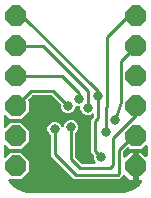
<source format=gbr>
G04 EAGLE Gerber RS-274X export*
G75*
%MOMM*%
%FSLAX34Y34*%
%LPD*%
%INBottom Copper*%
%IPPOS*%
%AMOC8*
5,1,8,0,0,1.08239X$1,22.5*%
G01*
%ADD10P,1.924489X8X22.500000*%
%ADD11P,1.924489X8X202.500000*%
%ADD12C,0.800100*%
%ADD13C,0.254000*%

G36*
X101622Y2543D02*
X101622Y2543D01*
X101700Y2545D01*
X105077Y2810D01*
X105145Y2824D01*
X105214Y2829D01*
X105370Y2869D01*
X111794Y4956D01*
X111901Y5006D01*
X112012Y5050D01*
X112063Y5083D01*
X112082Y5091D01*
X112097Y5104D01*
X112148Y5136D01*
X117612Y9107D01*
X117699Y9188D01*
X117746Y9227D01*
X117752Y9231D01*
X117753Y9233D01*
X117791Y9264D01*
X117829Y9310D01*
X117844Y9324D01*
X117855Y9341D01*
X117893Y9387D01*
X119758Y11954D01*
X119776Y11987D01*
X119799Y12014D01*
X119799Y12016D01*
X119802Y12019D01*
X119853Y12128D01*
X119911Y12233D01*
X119921Y12271D01*
X119938Y12307D01*
X119960Y12424D01*
X119990Y12541D01*
X119990Y12581D01*
X119998Y12620D01*
X119990Y12739D01*
X119990Y12859D01*
X119981Y12897D01*
X119978Y12937D01*
X119941Y13051D01*
X119911Y13167D01*
X119892Y13202D01*
X119880Y13239D01*
X119816Y13341D01*
X119758Y13446D01*
X119731Y13475D01*
X119710Y13508D01*
X119623Y13590D01*
X119541Y13677D01*
X119507Y13699D01*
X119478Y13726D01*
X119374Y13784D01*
X119272Y13848D01*
X119234Y13860D01*
X119200Y13880D01*
X119084Y13909D01*
X118970Y13947D01*
X118930Y13949D01*
X118892Y13959D01*
X118731Y13969D01*
X116839Y13969D01*
X116839Y24130D01*
X116824Y24248D01*
X116817Y24367D01*
X116804Y24405D01*
X116799Y24445D01*
X116756Y24556D01*
X116719Y24669D01*
X116697Y24703D01*
X116682Y24741D01*
X116612Y24837D01*
X116549Y24938D01*
X116519Y24966D01*
X116495Y24998D01*
X116404Y25074D01*
X116317Y25156D01*
X116282Y25175D01*
X116251Y25201D01*
X116143Y25252D01*
X116039Y25309D01*
X115999Y25320D01*
X115963Y25337D01*
X115846Y25359D01*
X115731Y25389D01*
X115670Y25393D01*
X115650Y25397D01*
X115630Y25395D01*
X115570Y25399D01*
X113030Y25399D01*
X112912Y25384D01*
X112793Y25377D01*
X112755Y25364D01*
X112714Y25359D01*
X112604Y25315D01*
X112491Y25279D01*
X112456Y25257D01*
X112419Y25242D01*
X112323Y25172D01*
X112222Y25109D01*
X112194Y25079D01*
X112161Y25055D01*
X112086Y24964D01*
X112004Y24877D01*
X111984Y24842D01*
X111959Y24810D01*
X111908Y24703D01*
X111850Y24598D01*
X111840Y24559D01*
X111823Y24523D01*
X111801Y24406D01*
X111771Y24291D01*
X111767Y24230D01*
X111763Y24210D01*
X111764Y24201D01*
X111763Y24198D01*
X111764Y24184D01*
X111761Y24130D01*
X111761Y13969D01*
X109565Y13969D01*
X105640Y17894D01*
X105546Y17967D01*
X105457Y18046D01*
X105421Y18065D01*
X105389Y18089D01*
X105280Y18137D01*
X105174Y18191D01*
X105134Y18200D01*
X105097Y18216D01*
X104979Y18234D01*
X104863Y18260D01*
X104823Y18259D01*
X104783Y18266D01*
X104664Y18254D01*
X104545Y18251D01*
X104507Y18239D01*
X104466Y18236D01*
X104354Y18195D01*
X104240Y18162D01*
X104205Y18142D01*
X104167Y18128D01*
X104069Y18061D01*
X103966Y18001D01*
X103921Y17961D01*
X103904Y17950D01*
X103890Y17934D01*
X103845Y17894D01*
X100428Y14477D01*
X62132Y14477D01*
X42417Y34192D01*
X42417Y51395D01*
X42405Y51493D01*
X42402Y51592D01*
X42385Y51650D01*
X42377Y51710D01*
X42341Y51802D01*
X42313Y51897D01*
X42283Y51950D01*
X42260Y52006D01*
X42202Y52086D01*
X42152Y52171D01*
X42086Y52247D01*
X42074Y52263D01*
X42064Y52271D01*
X42046Y52292D01*
X40605Y53732D01*
X39687Y55950D01*
X39687Y58350D01*
X40605Y60568D01*
X42302Y62265D01*
X44520Y63183D01*
X46920Y63183D01*
X49138Y62265D01*
X50835Y60568D01*
X51269Y59518D01*
X51338Y59398D01*
X51403Y59275D01*
X51417Y59260D01*
X51427Y59242D01*
X51523Y59142D01*
X51617Y59039D01*
X51634Y59028D01*
X51648Y59014D01*
X51767Y58941D01*
X51883Y58865D01*
X51902Y58858D01*
X51919Y58847D01*
X52052Y58807D01*
X52184Y58761D01*
X52204Y58760D01*
X52223Y58754D01*
X52362Y58747D01*
X52501Y58736D01*
X52521Y58740D01*
X52541Y58739D01*
X52676Y58767D01*
X52814Y58791D01*
X52833Y58799D01*
X52852Y58803D01*
X52977Y58864D01*
X53104Y58921D01*
X53120Y58934D01*
X53138Y58943D01*
X53244Y59033D01*
X53352Y59120D01*
X53365Y59136D01*
X53380Y59149D01*
X53460Y59262D01*
X53544Y59374D01*
X53556Y59399D01*
X53563Y59409D01*
X53570Y59428D01*
X53615Y59518D01*
X54575Y61838D01*
X56272Y63535D01*
X58490Y64453D01*
X60890Y64453D01*
X63108Y63535D01*
X64805Y61838D01*
X65723Y59620D01*
X65723Y57220D01*
X64805Y55002D01*
X63364Y53562D01*
X63304Y53484D01*
X63236Y53412D01*
X63207Y53359D01*
X63170Y53311D01*
X63130Y53220D01*
X63082Y53133D01*
X63067Y53075D01*
X63043Y53019D01*
X63028Y52921D01*
X63003Y52825D01*
X62997Y52725D01*
X62993Y52705D01*
X62995Y52693D01*
X62993Y52665D01*
X62993Y33644D01*
X63005Y33546D01*
X63008Y33447D01*
X63025Y33388D01*
X63033Y33328D01*
X63069Y33236D01*
X63097Y33141D01*
X63127Y33089D01*
X63150Y33033D01*
X63208Y32953D01*
X63258Y32867D01*
X63324Y32792D01*
X63336Y32775D01*
X63346Y32767D01*
X63364Y32746D01*
X68306Y27804D01*
X68385Y27744D01*
X68457Y27676D01*
X68510Y27647D01*
X68558Y27610D01*
X68649Y27570D01*
X68735Y27522D01*
X68794Y27507D01*
X68849Y27483D01*
X68947Y27468D01*
X69043Y27443D01*
X69143Y27437D01*
X69164Y27433D01*
X69176Y27435D01*
X69204Y27433D01*
X79081Y27433D01*
X79218Y27450D01*
X79357Y27463D01*
X79376Y27470D01*
X79396Y27473D01*
X79526Y27524D01*
X79656Y27571D01*
X79673Y27582D01*
X79692Y27590D01*
X79805Y27671D01*
X79920Y27749D01*
X79933Y27765D01*
X79949Y27776D01*
X80038Y27884D01*
X80130Y27988D01*
X80139Y28006D01*
X80152Y28021D01*
X80211Y28147D01*
X80275Y28271D01*
X80279Y28291D01*
X80288Y28309D01*
X80314Y28446D01*
X80344Y28581D01*
X80344Y28602D01*
X80347Y28621D01*
X80339Y28760D01*
X80335Y28899D01*
X80329Y28919D01*
X80328Y28939D01*
X80285Y29071D01*
X80246Y29205D01*
X80236Y29222D01*
X80230Y29241D01*
X80155Y29359D01*
X80085Y29479D01*
X80066Y29500D01*
X80060Y29510D01*
X80045Y29524D01*
X79978Y29600D01*
X79975Y29602D01*
X79057Y31820D01*
X79057Y33857D01*
X79044Y33955D01*
X79041Y34054D01*
X79025Y34112D01*
X79017Y34172D01*
X78980Y34264D01*
X78953Y34359D01*
X78922Y34412D01*
X78900Y34468D01*
X78842Y34548D01*
X78791Y34633D01*
X78725Y34709D01*
X78713Y34725D01*
X78704Y34733D01*
X78685Y34754D01*
X76707Y36732D01*
X76707Y64868D01*
X78876Y67036D01*
X78936Y67115D01*
X79004Y67187D01*
X79033Y67240D01*
X79070Y67288D01*
X79110Y67379D01*
X79158Y67465D01*
X79173Y67524D01*
X79197Y67579D01*
X79212Y67677D01*
X79237Y67773D01*
X79243Y67873D01*
X79247Y67894D01*
X79245Y67906D01*
X79247Y67934D01*
X79247Y68921D01*
X79230Y69058D01*
X79217Y69197D01*
X79210Y69216D01*
X79207Y69236D01*
X79156Y69366D01*
X79109Y69496D01*
X79098Y69513D01*
X79090Y69532D01*
X79009Y69645D01*
X78931Y69760D01*
X78915Y69773D01*
X78904Y69789D01*
X78796Y69878D01*
X78692Y69970D01*
X78674Y69979D01*
X78659Y69992D01*
X78533Y70051D01*
X78409Y70115D01*
X78389Y70119D01*
X78371Y70128D01*
X78234Y70154D01*
X78099Y70184D01*
X78078Y70184D01*
X78059Y70187D01*
X77920Y70179D01*
X77781Y70175D01*
X77761Y70169D01*
X77741Y70168D01*
X77609Y70125D01*
X77475Y70086D01*
X77458Y70076D01*
X77439Y70070D01*
X77321Y69995D01*
X77201Y69925D01*
X77180Y69906D01*
X77170Y69900D01*
X77156Y69885D01*
X77080Y69818D01*
X77078Y69815D01*
X74860Y68897D01*
X72460Y68897D01*
X70242Y69815D01*
X68545Y71512D01*
X67627Y73730D01*
X67627Y75248D01*
X67612Y75366D01*
X67604Y75484D01*
X67592Y75523D01*
X67587Y75563D01*
X67543Y75674D01*
X67506Y75787D01*
X67485Y75821D01*
X67470Y75859D01*
X67400Y75955D01*
X67336Y76056D01*
X67307Y76083D01*
X67283Y76116D01*
X67191Y76192D01*
X67105Y76274D01*
X67069Y76293D01*
X67038Y76319D01*
X66930Y76370D01*
X66826Y76427D01*
X66787Y76437D01*
X66750Y76454D01*
X66634Y76477D01*
X66518Y76507D01*
X66458Y76510D01*
X66438Y76514D01*
X66418Y76513D01*
X66358Y76517D01*
X64812Y76517D01*
X64738Y76531D01*
X64632Y76560D01*
X64582Y76561D01*
X64533Y76570D01*
X64423Y76563D01*
X64314Y76565D01*
X64265Y76553D01*
X64216Y76550D01*
X64111Y76517D01*
X64004Y76491D01*
X63960Y76468D01*
X63913Y76452D01*
X63820Y76394D01*
X63723Y76342D01*
X63686Y76309D01*
X63644Y76282D01*
X63569Y76202D01*
X63488Y76128D01*
X63461Y76087D01*
X63426Y76051D01*
X63373Y75954D01*
X63313Y75863D01*
X63297Y75816D01*
X63273Y75772D01*
X63245Y75666D01*
X63210Y75562D01*
X63206Y75512D01*
X63193Y75464D01*
X63183Y75303D01*
X63183Y75000D01*
X62265Y72782D01*
X60568Y71085D01*
X58350Y70167D01*
X55950Y70167D01*
X53732Y71085D01*
X52035Y72782D01*
X51117Y75000D01*
X51117Y77037D01*
X51104Y77135D01*
X51101Y77234D01*
X51085Y77292D01*
X51077Y77352D01*
X51040Y77444D01*
X51013Y77539D01*
X50982Y77592D01*
X50960Y77648D01*
X50902Y77728D01*
X50851Y77813D01*
X50785Y77889D01*
X50773Y77905D01*
X50764Y77913D01*
X50745Y77934D01*
X43454Y85226D01*
X43375Y85286D01*
X43303Y85354D01*
X43250Y85383D01*
X43202Y85420D01*
X43111Y85460D01*
X43025Y85508D01*
X42966Y85523D01*
X42911Y85547D01*
X42813Y85562D01*
X42717Y85587D01*
X42617Y85593D01*
X42596Y85597D01*
X42584Y85595D01*
X42556Y85597D01*
X27294Y85597D01*
X27196Y85585D01*
X27097Y85582D01*
X27038Y85565D01*
X26978Y85557D01*
X26886Y85521D01*
X26791Y85493D01*
X26739Y85463D01*
X26683Y85440D01*
X26603Y85382D01*
X26517Y85332D01*
X26442Y85266D01*
X26425Y85254D01*
X26417Y85244D01*
X26396Y85226D01*
X23656Y82486D01*
X23583Y82391D01*
X23505Y82302D01*
X23486Y82266D01*
X23461Y82234D01*
X23414Y82125D01*
X23360Y82019D01*
X23351Y81980D01*
X23335Y81943D01*
X23316Y81825D01*
X23290Y81709D01*
X23292Y81668D01*
X23285Y81628D01*
X23296Y81510D01*
X23300Y81391D01*
X23311Y81352D01*
X23315Y81312D01*
X23355Y81200D01*
X23388Y81085D01*
X23409Y81051D01*
X23423Y81013D01*
X23490Y80914D01*
X23550Y80811D01*
X23590Y80766D01*
X23601Y80749D01*
X23617Y80736D01*
X23623Y80729D01*
X23623Y71676D01*
X17224Y65277D01*
X8176Y65277D01*
X4707Y68745D01*
X4598Y68831D01*
X4491Y68919D01*
X4472Y68928D01*
X4456Y68940D01*
X4328Y68996D01*
X4203Y69055D01*
X4183Y69059D01*
X4164Y69067D01*
X4026Y69089D01*
X3890Y69115D01*
X3870Y69113D01*
X3850Y69117D01*
X3711Y69104D01*
X3573Y69095D01*
X3554Y69089D01*
X3534Y69087D01*
X3402Y69040D01*
X3271Y68997D01*
X3253Y68986D01*
X3234Y68979D01*
X3119Y68901D01*
X3002Y68827D01*
X2988Y68812D01*
X2971Y68801D01*
X2879Y68696D01*
X2784Y68595D01*
X2774Y68577D01*
X2761Y68562D01*
X2697Y68438D01*
X2630Y68317D01*
X2625Y68297D01*
X2616Y68279D01*
X2586Y68143D01*
X2551Y68009D01*
X2549Y67981D01*
X2546Y67969D01*
X2547Y67948D01*
X2541Y67848D01*
X2541Y59152D01*
X2558Y59014D01*
X2571Y58876D01*
X2578Y58857D01*
X2581Y58836D01*
X2632Y58707D01*
X2679Y58576D01*
X2690Y58560D01*
X2698Y58541D01*
X2779Y58428D01*
X2857Y58313D01*
X2873Y58300D01*
X2884Y58283D01*
X2992Y58195D01*
X3096Y58103D01*
X3114Y58094D01*
X3129Y58081D01*
X3255Y58021D01*
X3379Y57958D01*
X3399Y57954D01*
X3417Y57945D01*
X3553Y57919D01*
X3689Y57889D01*
X3710Y57889D01*
X3729Y57885D01*
X3868Y57894D01*
X4007Y57898D01*
X4027Y57904D01*
X4047Y57905D01*
X4179Y57948D01*
X4313Y57987D01*
X4330Y57997D01*
X4349Y58003D01*
X4467Y58078D01*
X4587Y58148D01*
X4608Y58167D01*
X4618Y58173D01*
X4632Y58188D01*
X4707Y58255D01*
X8176Y61723D01*
X17224Y61723D01*
X23623Y55324D01*
X23623Y46276D01*
X17224Y39877D01*
X8176Y39877D01*
X4707Y43345D01*
X4598Y43431D01*
X4491Y43519D01*
X4472Y43528D01*
X4456Y43540D01*
X4328Y43596D01*
X4203Y43655D01*
X4183Y43659D01*
X4164Y43667D01*
X4026Y43689D01*
X3890Y43715D01*
X3870Y43713D01*
X3850Y43717D01*
X3711Y43704D01*
X3573Y43695D01*
X3554Y43689D01*
X3534Y43687D01*
X3402Y43640D01*
X3271Y43597D01*
X3253Y43586D01*
X3234Y43579D01*
X3119Y43501D01*
X3002Y43427D01*
X2988Y43412D01*
X2971Y43401D01*
X2879Y43296D01*
X2784Y43195D01*
X2774Y43177D01*
X2761Y43162D01*
X2697Y43038D01*
X2630Y42917D01*
X2625Y42897D01*
X2616Y42879D01*
X2586Y42743D01*
X2551Y42609D01*
X2549Y42581D01*
X2546Y42569D01*
X2547Y42548D01*
X2541Y42448D01*
X2541Y33752D01*
X2558Y33614D01*
X2571Y33476D01*
X2578Y33457D01*
X2581Y33436D01*
X2632Y33307D01*
X2679Y33176D01*
X2690Y33160D01*
X2698Y33141D01*
X2779Y33028D01*
X2857Y32913D01*
X2873Y32900D01*
X2884Y32883D01*
X2992Y32795D01*
X3096Y32703D01*
X3114Y32694D01*
X3129Y32681D01*
X3255Y32621D01*
X3379Y32558D01*
X3399Y32554D01*
X3417Y32545D01*
X3553Y32519D01*
X3689Y32489D01*
X3710Y32489D01*
X3729Y32485D01*
X3868Y32494D01*
X4007Y32498D01*
X4027Y32504D01*
X4047Y32505D01*
X4179Y32548D01*
X4313Y32587D01*
X4330Y32597D01*
X4349Y32603D01*
X4467Y32678D01*
X4587Y32748D01*
X4608Y32767D01*
X4618Y32773D01*
X4632Y32788D01*
X4707Y32855D01*
X8176Y36323D01*
X17224Y36323D01*
X23623Y29924D01*
X23623Y20876D01*
X17224Y14477D01*
X7900Y14477D01*
X7860Y14472D01*
X7821Y14475D01*
X7703Y14452D01*
X7584Y14437D01*
X7547Y14423D01*
X7508Y14415D01*
X7400Y14364D01*
X7289Y14320D01*
X7256Y14297D01*
X7220Y14280D01*
X7128Y14204D01*
X7031Y14134D01*
X7006Y14103D01*
X6975Y14078D01*
X6905Y13981D01*
X6828Y13889D01*
X6811Y13853D01*
X6788Y13820D01*
X6744Y13709D01*
X6693Y13601D01*
X6685Y13562D01*
X6671Y13525D01*
X6656Y13406D01*
X6633Y13289D01*
X6636Y13249D01*
X6631Y13209D01*
X6645Y13090D01*
X6653Y12971D01*
X6665Y12933D01*
X6670Y12894D01*
X6714Y12782D01*
X6751Y12669D01*
X6772Y12635D01*
X6787Y12598D01*
X6873Y12462D01*
X9107Y9387D01*
X9127Y9366D01*
X9138Y9348D01*
X9184Y9305D01*
X9188Y9301D01*
X9264Y9209D01*
X9310Y9171D01*
X9324Y9156D01*
X9342Y9145D01*
X9388Y9107D01*
X14596Y5322D01*
X14852Y5136D01*
X14956Y5079D01*
X15056Y5015D01*
X15113Y4993D01*
X15131Y4983D01*
X15151Y4978D01*
X15206Y4956D01*
X21630Y2869D01*
X21698Y2856D01*
X21764Y2833D01*
X21923Y2810D01*
X25300Y2545D01*
X25322Y2546D01*
X25400Y2541D01*
X101600Y2541D01*
X101622Y2543D01*
G37*
G36*
X115688Y25416D02*
X115688Y25416D01*
X115807Y25423D01*
X115845Y25436D01*
X115885Y25441D01*
X115996Y25485D01*
X116109Y25521D01*
X116144Y25543D01*
X116181Y25558D01*
X116277Y25628D01*
X116378Y25691D01*
X116406Y25721D01*
X116439Y25745D01*
X116514Y25836D01*
X116596Y25923D01*
X116616Y25958D01*
X116641Y25990D01*
X116692Y26097D01*
X116750Y26202D01*
X116760Y26241D01*
X116777Y26277D01*
X116799Y26394D01*
X116829Y26509D01*
X116833Y26570D01*
X116837Y26590D01*
X116835Y26610D01*
X116839Y26670D01*
X116839Y36831D01*
X119035Y36831D01*
X122293Y33573D01*
X122402Y33488D01*
X122509Y33399D01*
X122528Y33390D01*
X122544Y33378D01*
X122672Y33323D01*
X122797Y33264D01*
X122817Y33260D01*
X122836Y33252D01*
X122974Y33230D01*
X123110Y33204D01*
X123130Y33205D01*
X123150Y33202D01*
X123289Y33215D01*
X123427Y33223D01*
X123446Y33230D01*
X123466Y33232D01*
X123598Y33279D01*
X123729Y33322D01*
X123747Y33332D01*
X123766Y33339D01*
X123881Y33417D01*
X123998Y33492D01*
X124012Y33506D01*
X124029Y33518D01*
X124121Y33622D01*
X124216Y33723D01*
X124226Y33741D01*
X124239Y33756D01*
X124303Y33880D01*
X124370Y34002D01*
X124375Y34021D01*
X124384Y34039D01*
X124414Y34175D01*
X124449Y34310D01*
X124451Y34338D01*
X124454Y34350D01*
X124453Y34370D01*
X124459Y34470D01*
X124459Y42448D01*
X124442Y42586D01*
X124429Y42724D01*
X124422Y42743D01*
X124419Y42764D01*
X124368Y42893D01*
X124321Y43024D01*
X124310Y43040D01*
X124302Y43059D01*
X124221Y43172D01*
X124143Y43287D01*
X124127Y43300D01*
X124116Y43317D01*
X124008Y43405D01*
X123904Y43497D01*
X123886Y43506D01*
X123871Y43519D01*
X123745Y43579D01*
X123621Y43642D01*
X123601Y43646D01*
X123583Y43655D01*
X123447Y43681D01*
X123311Y43711D01*
X123290Y43711D01*
X123271Y43715D01*
X123132Y43706D01*
X122993Y43702D01*
X122973Y43696D01*
X122953Y43695D01*
X122821Y43652D01*
X122687Y43613D01*
X122670Y43603D01*
X122651Y43597D01*
X122533Y43522D01*
X122413Y43452D01*
X122392Y43433D01*
X122382Y43427D01*
X122368Y43412D01*
X122293Y43345D01*
X118824Y39877D01*
X109776Y39877D01*
X108539Y41114D01*
X108445Y41187D01*
X108356Y41265D01*
X108320Y41284D01*
X108288Y41309D01*
X108179Y41356D01*
X108073Y41410D01*
X108033Y41419D01*
X107996Y41435D01*
X107878Y41454D01*
X107763Y41480D01*
X107722Y41478D01*
X107682Y41485D01*
X107564Y41474D01*
X107445Y41470D01*
X107406Y41459D01*
X107366Y41455D01*
X107253Y41415D01*
X107139Y41382D01*
X107104Y41361D01*
X107066Y41347D01*
X106968Y41280D01*
X106865Y41220D01*
X106820Y41180D01*
X106803Y41169D01*
X106790Y41153D01*
X106744Y41114D01*
X104004Y38374D01*
X103944Y38295D01*
X103876Y38223D01*
X103847Y38170D01*
X103810Y38122D01*
X103770Y38031D01*
X103722Y37945D01*
X103707Y37886D01*
X103683Y37831D01*
X103668Y37733D01*
X103643Y37637D01*
X103637Y37537D01*
X103633Y37516D01*
X103635Y37504D01*
X103633Y37476D01*
X103633Y33962D01*
X103650Y33825D01*
X103663Y33686D01*
X103670Y33667D01*
X103673Y33647D01*
X103724Y33518D01*
X103771Y33387D01*
X103782Y33370D01*
X103790Y33351D01*
X103871Y33239D01*
X103949Y33124D01*
X103965Y33110D01*
X103976Y33094D01*
X104084Y33005D01*
X104188Y32913D01*
X104206Y32904D01*
X104221Y32891D01*
X104347Y32832D01*
X104471Y32769D01*
X104491Y32764D01*
X104509Y32756D01*
X104645Y32729D01*
X104781Y32699D01*
X104802Y32700D01*
X104821Y32696D01*
X104960Y32704D01*
X105099Y32709D01*
X105119Y32714D01*
X105139Y32715D01*
X105271Y32758D01*
X105405Y32797D01*
X105422Y32807D01*
X105441Y32814D01*
X105559Y32888D01*
X105679Y32959D01*
X105700Y32977D01*
X105710Y32984D01*
X105724Y32999D01*
X105799Y33065D01*
X109565Y36831D01*
X111761Y36831D01*
X111761Y26670D01*
X111776Y26552D01*
X111783Y26433D01*
X111796Y26395D01*
X111801Y26355D01*
X111844Y26244D01*
X111881Y26131D01*
X111903Y26097D01*
X111918Y26059D01*
X111988Y25963D01*
X112051Y25862D01*
X112081Y25834D01*
X112104Y25802D01*
X112196Y25726D01*
X112283Y25644D01*
X112318Y25625D01*
X112349Y25599D01*
X112457Y25548D01*
X112561Y25491D01*
X112601Y25480D01*
X112637Y25463D01*
X112754Y25441D01*
X112869Y25411D01*
X112930Y25407D01*
X112950Y25403D01*
X112970Y25405D01*
X113030Y25401D01*
X115570Y25401D01*
X115688Y25416D01*
G37*
D10*
X114300Y152400D03*
X114300Y127000D03*
X114300Y101600D03*
X114300Y76200D03*
X114300Y50800D03*
X114300Y25400D03*
D11*
X12700Y25400D03*
X12700Y50800D03*
X12700Y76200D03*
X12700Y101600D03*
X12700Y127000D03*
X12700Y152400D03*
D12*
X45720Y57150D03*
D13*
X110490Y49530D02*
X114300Y50800D01*
X110490Y49530D02*
X100330Y39370D01*
X100330Y19050D01*
X99060Y17780D01*
X63500Y17780D01*
X45720Y35560D01*
X45720Y57150D01*
D12*
X59690Y58420D03*
D13*
X114300Y68580D02*
X114300Y76200D01*
X114300Y68580D02*
X95250Y49530D01*
X95250Y26670D01*
X92710Y24130D01*
X67310Y24130D01*
X59690Y31750D01*
X59690Y58420D01*
D12*
X96520Y64770D03*
D13*
X101600Y80010D01*
X101600Y114300D01*
X114300Y127000D01*
D12*
X88900Y54610D03*
D13*
X88900Y71120D01*
X90170Y80010D01*
X90170Y134620D01*
X107950Y152400D01*
X114300Y152400D01*
X17780Y152400D02*
X12700Y152400D01*
X17780Y152400D02*
X82550Y88900D01*
X82550Y85090D01*
D12*
X82550Y85090D03*
X85090Y33020D03*
D13*
X80010Y63500D02*
X82550Y66040D01*
X82550Y85090D01*
X80010Y38100D02*
X85090Y33020D01*
X80010Y38100D02*
X80010Y63500D01*
X35560Y127000D02*
X12700Y127000D01*
X35560Y127000D02*
X73660Y88900D01*
X73660Y74930D01*
D12*
X73660Y74930D03*
D13*
X52070Y101600D02*
X12700Y101600D01*
X52070Y101600D02*
X66040Y87630D01*
X66040Y82550D01*
D12*
X66040Y82550D03*
X57150Y76200D03*
D13*
X44450Y88900D01*
X25400Y88900D01*
X12700Y76200D01*
D12*
X38100Y80010D03*
M02*

</source>
